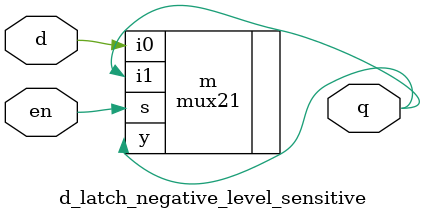
<source format=v>
module d_latch_negative_level_sensitive(d,en,q);
    input d,en;
	output q;
    mux21 m(.i1(q),.i0(d),.s(en),.y(q)); 

endmodule

</source>
